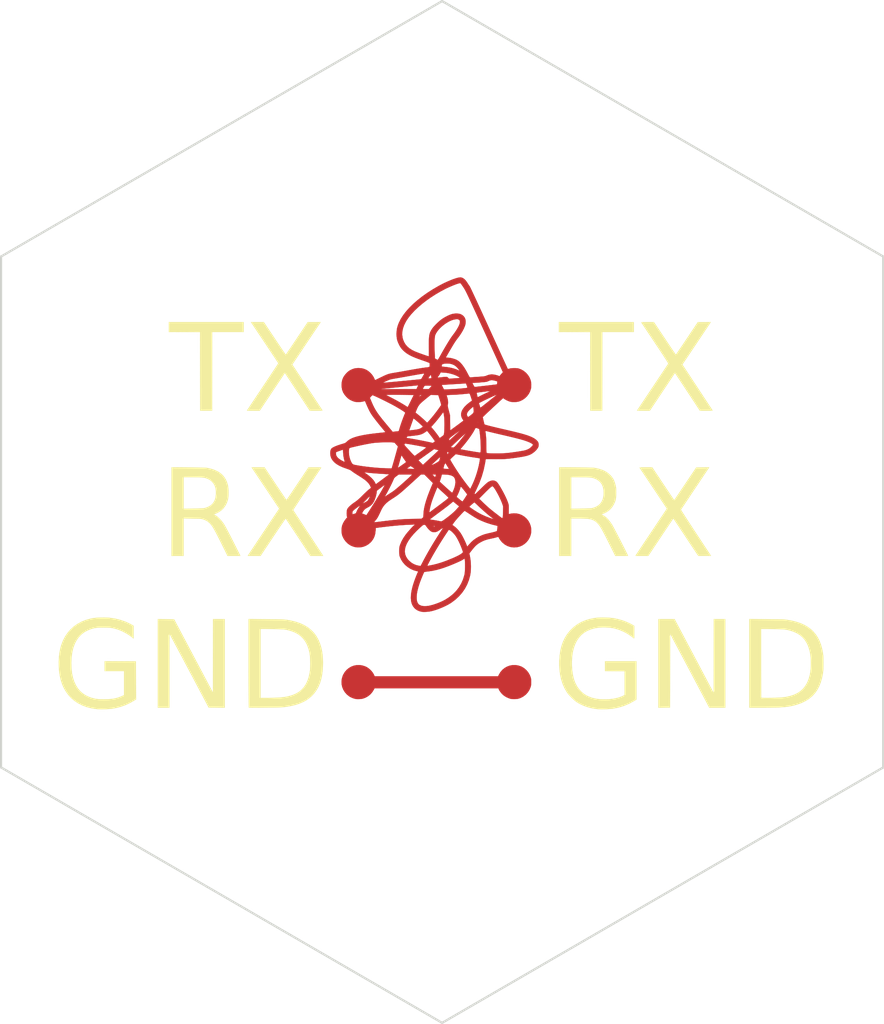
<source format=kicad_pcb>
(kicad_pcb (version 20201115) (generator pcbnew)
  (layers (0 "F.Cu" signal) (31 "B.Cu" signal) (34 "B.Paste" user) (35 "F.Paste" user) (36 "B.SilkS" user "B.Silkscreen") (37 "F.SilkS" user "F.Silkscreen") (38 "B.Mask" user) (39 "F.Mask" user) (44 "Edge.Cuts" user))
  (net 0 "")
  (footprint "art:txrx-fail-cu" (layer "F.Cu") (at 127 85.9282)
    (fp_text reference "Ref**" hide)
    (fp_text value "Val**" hide)
  )
  (footprint "art:txrx-fail-outline" (layer "F.Cu") (at 135.5852 86.0806)
    (fp_text reference "Ref**" hide)
    (fp_text value "Val**" hide)
    (fp_line (start -24.6 -13.499999) (end -4.0948 -25.364049) (layer "Edge.Cuts") (width 0.1))
    (fp_line (start 16.41041 -13.499979) (end 16.41041 10.228131) (layer "Edge.Cuts") (width 0.1))
    (fp_line (start -24.60001 10.228121) (end -24.6 -13.499999) (layer "Edge.Cuts") (width 0.1))
    (fp_line (start 16.41041 10.228131) (end 16.41041 10.228131) (layer "Edge.Cuts") (width 0.1))
    (fp_line (start 16.41041 10.228131) (end -4.0948 22.092181) (layer "Edge.Cuts") (width 0.1))
    (fp_line (start -4.0948 -25.364049) (end 16.41041 -13.499979) (layer "Edge.Cuts") (width 0.1))
    (fp_line (start -4.0948 22.092181) (end -24.60001 10.228121) (layer "Edge.Cuts") (width 0.1))
  )
  (footprint "art:txrx-fail-silk" (layer "F.Cu") (at 127.381 85.0646)
    (fp_text reference "Ref**" hide)
    (fp_text value "Val**" hide)
  )
)
</source>
